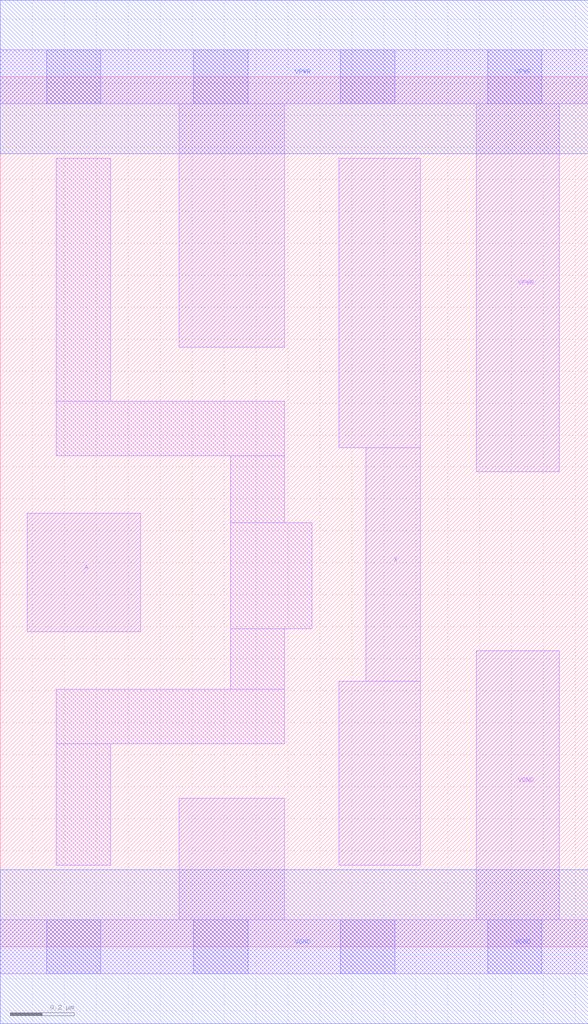
<source format=lef>
# Copyright 2020 The SkyWater PDK Authors
#
# Licensed under the Apache License, Version 2.0 (the "License");
# you may not use this file except in compliance with the License.
# You may obtain a copy of the License at
#
#     https://www.apache.org/licenses/LICENSE-2.0
#
# Unless required by applicable law or agreed to in writing, software
# distributed under the License is distributed on an "AS IS" BASIS,
# WITHOUT WARRANTIES OR CONDITIONS OF ANY KIND, either express or implied.
# See the License for the specific language governing permissions and
# limitations under the License.
#
# SPDX-License-Identifier: Apache-2.0

VERSION 5.7 ;
  NAMESCASESENSITIVE ON ;
  NOWIREEXTENSIONATPIN ON ;
  DIVIDERCHAR "/" ;
  BUSBITCHARS "[]" ;
UNITS
  DATABASE MICRONS 200 ;
END UNITS
MACRO sky130_fd_sc_hd__buf_2
  CLASS CORE ;
  SOURCE USER ;
  FOREIGN sky130_fd_sc_hd__buf_2 ;
  ORIGIN  0.000000  0.000000 ;
  SIZE  1.840000 BY  2.720000 ;
  SYMMETRY X Y R90 ;
  SITE unithd ;
  PIN A
    ANTENNAGATEAREA  0.159000 ;
    DIRECTION INPUT ;
    USE SIGNAL ;
    PORT
      LAYER li1 ;
        RECT 0.085000 0.985000 0.440000 1.355000 ;
    END
  END A
  PIN X
    ANTENNADIFFAREA  0.445500 ;
    DIRECTION OUTPUT ;
    USE SIGNAL ;
    PORT
      LAYER li1 ;
        RECT 1.060000 0.255000 1.315000 0.830000 ;
        RECT 1.060000 1.560000 1.315000 2.465000 ;
        RECT 1.145000 0.830000 1.315000 1.560000 ;
    END
  END X
  PIN VGND
    DIRECTION INOUT ;
    SHAPE ABUTMENT ;
    USE GROUND ;
    PORT
      LAYER li1 ;
        RECT 0.000000 -0.085000 1.840000 0.085000 ;
        RECT 0.560000  0.085000 0.890000 0.465000 ;
        RECT 1.490000  0.085000 1.750000 0.925000 ;
      LAYER mcon ;
        RECT 0.145000 -0.085000 0.315000 0.085000 ;
        RECT 0.605000 -0.085000 0.775000 0.085000 ;
        RECT 1.065000 -0.085000 1.235000 0.085000 ;
        RECT 1.525000 -0.085000 1.695000 0.085000 ;
      LAYER met1 ;
        RECT 0.000000 -0.240000 1.840000 0.240000 ;
    END
  END VGND
  PIN VPWR
    DIRECTION INOUT ;
    SHAPE ABUTMENT ;
    USE POWER ;
    PORT
      LAYER li1 ;
        RECT 0.000000 2.635000 1.840000 2.805000 ;
        RECT 0.560000 1.875000 0.890000 2.635000 ;
        RECT 1.490000 1.485000 1.750000 2.635000 ;
      LAYER mcon ;
        RECT 0.145000 2.635000 0.315000 2.805000 ;
        RECT 0.605000 2.635000 0.775000 2.805000 ;
        RECT 1.065000 2.635000 1.235000 2.805000 ;
        RECT 1.525000 2.635000 1.695000 2.805000 ;
      LAYER met1 ;
        RECT 0.000000 2.480000 1.840000 2.960000 ;
    END
  END VPWR
  OBS
    LAYER li1 ;
      RECT 0.175000 0.255000 0.345000 0.635000 ;
      RECT 0.175000 0.635000 0.890000 0.805000 ;
      RECT 0.175000 1.535000 0.890000 1.705000 ;
      RECT 0.175000 1.705000 0.345000 2.465000 ;
      RECT 0.720000 0.805000 0.890000 0.995000 ;
      RECT 0.720000 0.995000 0.975000 1.325000 ;
      RECT 0.720000 1.325000 0.890000 1.535000 ;
  END
END sky130_fd_sc_hd__buf_2
END LIBRARY

</source>
